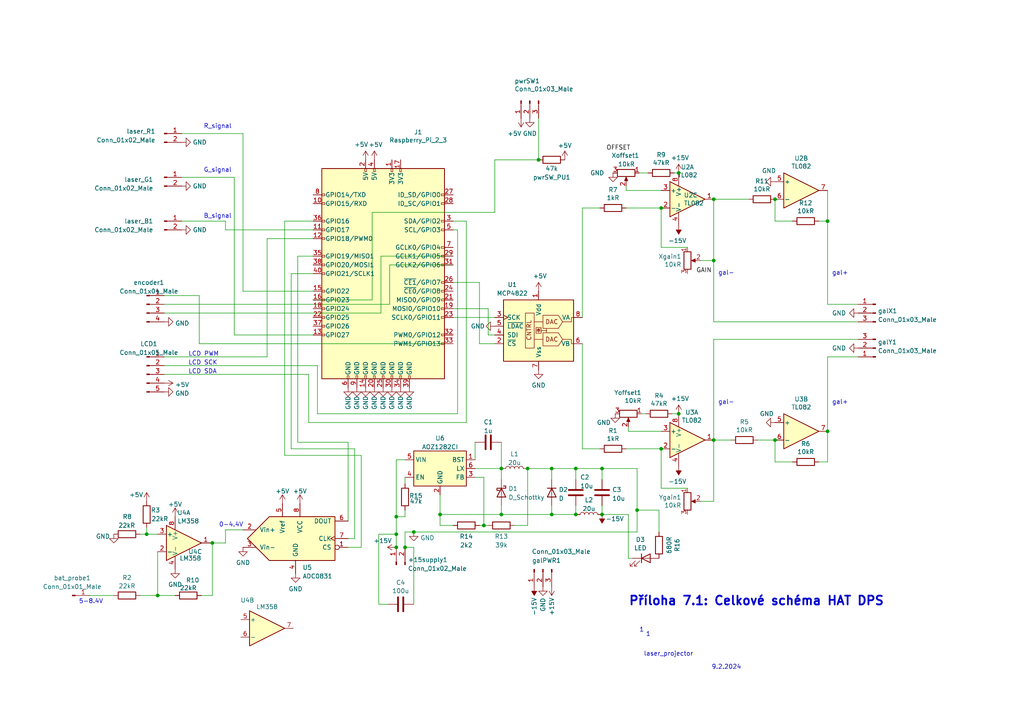
<source format=kicad_sch>
(kicad_sch (version 20230121) (generator eeschema)
  (paper "A4")
  (lib_symbols
    (symbol "+5V_1" (power) (pin_names (offset 0))
      (property "Value" "+5V_1" (at 0 3.556 0))
      (symbol "+5V_1_1_1"
        (pin power_in line (at 0 0 90) (length 0) hide (name "+5V") (number "1"))
      )
    )
    (symbol "Amplifier_Operational:LM358" (pin_names (offset 0.127))
      (property "Reference" "U" (at 0 5.08 0))
      (property "Value" "LM358" (at 0 -5.08 0))
      (symbol "LM358_1_1"
        (pin output line (at 7.62 0 180) (length 2.54) (name "~") (number "1"))
        (pin input line (at -7.62 -2.54 0) (length 2.54) (name "-") (number "2"))
        (pin input line (at -7.62 2.54 0) (length 2.54) (name "+") (number "3"))
      )
      (symbol "LM358_2_1"
        (pin input line (at -7.62 2.54 0) (length 2.54) (name "+") (number "5"))
        (pin input line (at -7.62 -2.54 0) (length 2.54) (name "-") (number "6"))
        (pin output line (at 7.62 0 180) (length 2.54) (name "~") (number "7"))
      )
      (symbol "LM358_3_1"
        (pin power_in line (at -2.54 -7.62 90) (length 3.81) (name "V-") (number "4"))
        (pin power_in line (at -2.54 7.62 270) (length 3.81) (name "V+") (number "8"))
      )
    )
    (symbol "Amplifier_Operational:TL082" (pin_names (offset 0.127))
      (property "Reference" "U" (at 0 5.08 0))
      (property "Value" "TL082" (at 0 -5.08 0))
      (symbol "TL082_1_1"
        (pin output line (at 7.62 0 180) (length 2.54) (name "~") (number "1"))
        (pin input line (at -7.62 -2.54 0) (length 2.54) (name "-") (number "2"))
        (pin input line (at -7.62 2.54 0) (length 2.54) (name "+") (number "3"))
      )
      (symbol "TL082_2_1"
        (pin input line (at -7.62 2.54 0) (length 2.54) (name "+") (number "5"))
        (pin input line (at -7.62 -2.54 0) (length 2.54) (name "-") (number "6"))
        (pin output line (at 7.62 0 180) (length 2.54) (name "~") (number "7"))
      )
      (symbol "TL082_3_1"
        (pin power_in line (at -2.54 -7.62 90) (length 3.81) (name "V-") (number "4"))
        (pin power_in line (at -2.54 7.62 270) (length 3.81) (name "V+") (number "8"))
      )
    )
    (symbol "Analog_ADC:ADC0832" (pin_names (offset 1.016))
      (property "Reference" "U?" (at 2.0194 -8.3804 0))
      (property "Value" "ADC0831" (at 2.0194 -10.9173 0))
      (symbol "ADC0832_1_1"
        (pin input inverted (at 15.24 -2.54 180) (length 3.81) (name "CS") (number "1"))
        (pin input line (at -15.24 2.54 0) (length 3.81) (name "Vin+") (number "2"))
        (pin input line (at -15.24 -2.54 0) (length 3.81) (name "Vin-") (number "3"))
        (pin input line (at 0 -10.16 90) (length 3.81) (name "GND") (number "4"))
        (pin input line (at -3.81 10.16 270) (length 3.81) (name "Vref") (number "5"))
        (pin output line (at 15.24 5.08 180) (length 3.81) (name "DOUT") (number "6"))
        (pin input clock (at 15.24 0 180) (length 3.81) (name "CLK") (number "7"))
        (pin input line (at 1.27 10.16 270) (length 3.81) (name "VCC") (number "8"))
      )
    )
    (symbol "Analog_DAC:MCP4822" (pin_names (offset 1.016))
      (property "Reference" "U" (at -2.54 10.795 0))
      (property "Value" "MCP4822" (at -2.54 8.89 0))
      (symbol "MCP4822_0_0"
        (text "CNTRL" (at -2.032 -4.191 900) (effects (font (size 1.27 1.27)) (justify left bottom)))
        (text "DAC" (at 3.81 -3.81 0) (effects (font (size 1.27 1.27))))
        (text "DAC" (at 3.81 1.27 0) (effects (font (size 1.27 1.27))))
      )
      (symbol "MCP4822_1_1"
        (pin power_in line (at 0 10.16 270) (length 2.54) (name "Vdd") (number "1"))
        (pin input line (at -12.7 -5.08 0) (length 2.54) (name "~{CS}") (number "2"))
        (pin input clock (at -12.7 2.54 0) (length 2.54) (name "SCK") (number "3"))
        (pin input line (at -12.7 -2.54 0) (length 2.54) (name "SDI") (number "4"))
        (pin input line (at -12.7 0 0) (length 2.54) (name "~{LDAC}") (number "5"))
        (pin output line (at 12.7 -5.08 180) (length 2.54) (name "VB") (number "6"))
        (pin power_in line (at 0 -12.7 90) (length 2.54) (name "Vss") (number "7"))
        (pin output line (at 12.7 2.54 180) (length 2.54) (name "VA") (number "8"))
      )
    )
    (symbol "Connector:Conn_01x01_Male" (pin_names (offset 1.016) hide)
      (property "Reference" "J" (at 0 2.54 0))
      (property "Value" "Conn_01x01_Male" (at 0 -2.54 0))
      (symbol "Conn_01x01_Male_1_1"
        (pin passive line (at 5.08 0 180) (length 3.81) (name "Pin_1") (number "1"))
      )
    )
    (symbol "Connector:Conn_01x02_Male" (pin_names (offset 1.016) hide)
      (property "Reference" "J" (at 0 2.54 0))
      (property "Value" "Conn_01x02_Male" (at 0 -5.08 0))
      (symbol "Conn_01x02_Male_1_1"
        (pin passive line (at 5.08 0 180) (length 3.81) (name "Pin_1") (number "1"))
        (pin passive line (at 5.08 -2.54 180) (length 3.81) (name "Pin_2") (number "2"))
      )
    )
    (symbol "Connector:Conn_01x03_Male" (pin_names (offset 1.016) hide)
      (property "Reference" "J" (at 0 5.08 0))
      (property "Value" "Conn_01x03_Male" (at 0 -5.08 0))
      (symbol "Conn_01x03_Male_1_1"
        (pin passive line (at 5.08 2.54 180) (length 3.81) (name "Pin_1") (number "1"))
        (pin passive line (at 5.08 0 180) (length 3.81) (name "Pin_2") (number "2"))
        (pin passive line (at 5.08 -2.54 180) (length 3.81) (name "Pin_3") (number "3"))
      )
    )
    (symbol "Connector:Conn_01x04_Male" (pin_names (offset 1.016) hide)
      (property "Reference" "J" (at 0 5.08 0))
      (property "Value" "Conn_01x04_Male" (at 0 -7.62 0))
      (symbol "Conn_01x04_Male_1_1"
        (pin passive line (at 5.08 2.54 180) (length 3.81) (name "Pin_1") (number "1"))
        (pin passive line (at 5.08 0 180) (length 3.81) (name "Pin_2") (number "2"))
        (pin passive line (at 5.08 -2.54 180) (length 3.81) (name "Pin_3") (number "3"))
        (pin passive line (at 5.08 -5.08 180) (length 3.81) (name "Pin_4") (number "4"))
      )
    )
    (symbol "Connector:Conn_01x05_Male" (pin_names (offset 1.016) hide)
      (property "Reference" "J" (at 0 7.62 0))
      (property "Value" "Conn_01x05_Male" (at 0 -7.62 0))
      (symbol "Conn_01x05_Male_1_1"
        (pin passive line (at 5.08 5.08 180) (length 3.81) (name "Pin_1") (number "1"))
        (pin passive line (at 5.08 2.54 180) (length 3.81) (name "Pin_2") (number "2"))
        (pin passive line (at 5.08 0 180) (length 3.81) (name "Pin_3") (number "3"))
        (pin passive line (at 5.08 -2.54 180) (length 3.81) (name "Pin_4") (number "4"))
        (pin passive line (at 5.08 -5.08 180) (length 3.81) (name "Pin_5") (number "5"))
      )
    )
    (symbol "Connector:Raspberry_Pi_2_3" (pin_names (offset 1.016))
      (property "Reference" "J" (at -17.78 31.75 0))
      (property "Value" "Raspberry_Pi_2_3" (at 10.16 -31.75 0))
      (symbol "Raspberry_Pi_2_3_1_1"
        (pin power_in line (at 2.54 33.02 270) (length 2.54) (name "3V3") (number "1"))
        (pin bidirectional line (at -20.32 20.32 0) (length 2.54) (name "GPIO15/RXD") (number "10"))
        (pin bidirectional line (at -20.32 12.7 0) (length 2.54) (name "GPIO17") (number "11"))
        (pin bidirectional line (at -20.32 10.16 0) (length 2.54) (name "GPIO18/PWM0") (number "12"))
        (pin bidirectional line (at -20.32 -17.78 0) (length 2.54) (name "GPIO27") (number "13"))
        (pin power_in line (at -5.08 -33.02 90) (length 2.54) (name "GND") (number "14"))
        (pin bidirectional line (at -20.32 -5.08 0) (length 2.54) (name "GPIO22") (number "15"))
        (pin bidirectional line (at -20.32 -7.62 0) (length 2.54) (name "GPIO23") (number "16"))
        (pin power_in line (at 5.08 33.02 270) (length 2.54) (name "3V3") (number "17"))
        (pin bidirectional line (at -20.32 -10.16 0) (length 2.54) (name "GPIO24") (number "18"))
        (pin bidirectional line (at 20.32 -10.16 180) (length 2.54) (name "MOSI0/GPIO10") (number "19"))
        (pin power_in line (at -5.08 33.02 270) (length 2.54) (name "5V") (number "2"))
        (pin power_in line (at -2.54 -33.02 90) (length 2.54) (name "GND") (number "20"))
        (pin bidirectional line (at 20.32 -7.62 180) (length 2.54) (name "MISO0/GPIO9") (number "21"))
        (pin bidirectional line (at -20.32 -12.7 0) (length 2.54) (name "GPIO25") (number "22"))
        (pin bidirectional line (at 20.32 -12.7 180) (length 2.54) (name "SCLK0/GPIO11") (number "23"))
        (pin bidirectional line (at 20.32 -5.08 180) (length 2.54) (name "~{CE0}/GPIO8") (number "24"))
        (pin power_in line (at 0 -33.02 90) (length 2.54) (name "GND") (number "25"))
        (pin bidirectional line (at 20.32 -2.54 180) (length 2.54) (name "~{CE1}/GPIO7") (number "26"))
        (pin bidirectional line (at 20.32 22.86 180) (length 2.54) (name "ID_SD/GPIO0") (number "27"))
        (pin bidirectional line (at 20.32 20.32 180) (length 2.54) (name "ID_SC/GPIO1") (number "28"))
        (pin bidirectional line (at 20.32 5.08 180) (length 2.54) (name "GCLK1/GPIO5") (number "29"))
        (pin bidirectional line (at 20.32 15.24 180) (length 2.54) (name "SDA/GPIO2") (number "3"))
        (pin power_in line (at 2.54 -33.02 90) (length 2.54) (name "GND") (number "30"))
        (pin bidirectional line (at 20.32 2.54 180) (length 2.54) (name "GCLK2/GPIO6") (number "31"))
        (pin bidirectional line (at 20.32 -17.78 180) (length 2.54) (name "PWM0/GPIO12") (number "32"))
        (pin bidirectional line (at 20.32 -20.32 180) (length 2.54) (name "PWM1/GPIO13") (number "33"))
        (pin power_in line (at 5.08 -33.02 90) (length 2.54) (name "GND") (number "34"))
        (pin bidirectional line (at -20.32 5.08 0) (length 2.54) (name "GPIO19/MISO1") (number "35"))
        (pin bidirectional line (at -20.32 15.24 0) (length 2.54) (name "GPIO16") (number "36"))
        (pin bidirectional line (at -20.32 -15.24 0) (length 2.54) (name "GPIO26") (number "37"))
        (pin bidirectional line (at -20.32 2.54 0) (length 2.54) (name "GPIO20/MOSI1") (number "38"))
        (pin power_in line (at 7.62 -33.02 90) (length 2.54) (name "GND") (number "39"))
        (pin power_in line (at -2.54 33.02 270) (length 2.54) (name "5V") (number "4"))
        (pin bidirectional line (at -20.32 0 0) (length 2.54) (name "GPIO21/SCLK1") (number "40"))
        (pin bidirectional line (at 20.32 12.7 180) (length 2.54) (name "SCL/GPIO3") (number "5"))
        (pin power_in line (at -10.16 -33.02 90) (length 2.54) (name "GND") (number "6"))
        (pin bidirectional line (at 20.32 7.62 180) (length 2.54) (name "GCLK0/GPIO4") (number "7"))
        (pin bidirectional line (at -20.32 22.86 0) (length 2.54) (name "GPIO14/TXD") (number "8"))
        (pin power_in line (at -7.62 -33.02 90) (length 2.54) (name "GND") (number "9"))
      )
    )
    (symbol "Device:C" (pin_numbers hide) (pin_names (offset 0.254))
      (property "Reference" "C" (at 0.635 2.54 0))
      (property "Value" "C" (at 0.635 -2.54 0))
      (symbol "C_1_1"
        (pin passive line (at 0 3.81 270) (length 2.794) (name "~") (number "1"))
        (pin passive line (at 0 -3.81 90) (length 2.794) (name "~") (number "2"))
      )
    )
    (symbol "Device:D" (pin_numbers hide) (pin_names (offset 1.016) hide)
      (property "Reference" "D" (at 0 2.54 0))
      (property "Value" "D" (at 0 -2.54 0))
      (symbol "D_1_1"
        (pin passive line (at -3.81 0 0) (length 2.54) (name "K") (number "1"))
        (pin passive line (at 3.81 0 180) (length 2.54) (name "A") (number "2"))
      )
    )
    (symbol "Device:D_Schottky" (pin_numbers hide) (pin_names (offset 1.016) hide)
      (property "Reference" "D" (at 0 2.54 0))
      (property "Value" "D_Schottky" (at 0 -2.54 0))
      (symbol "D_Schottky_1_1"
        (pin passive line (at -3.81 0 0) (length 2.54) (name "K") (number "1"))
        (pin passive line (at 3.81 0 180) (length 2.54) (name "A") (number "2"))
      )
    )
    (symbol "Device:L" (pin_numbers hide) (pin_names (offset 1.016) hide)
      (property "Reference" "L" (at -1.27 0 90))
      (property "Value" "L" (at 1.905 0 90))
      (symbol "L_1_1"
        (pin passive line (at 0 3.81 270) (length 1.27) (name "1") (number "1"))
        (pin passive line (at 0 -3.81 90) (length 1.27) (name "2") (number "2"))
      )
    )
    (symbol "Device:LED" (pin_numbers hide) (pin_names (offset 1.016) hide)
      (property "Reference" "D" (at 0 2.54 0))
      (property "Value" "LED" (at 0 -2.54 0))
      (symbol "LED_1_1"
        (pin passive line (at -3.81 0 0) (length 2.54) (name "K") (number "1"))
        (pin passive line (at 3.81 0 180) (length 2.54) (name "A") (number "2"))
      )
    )
    (symbol "Device:R" (pin_numbers hide) (pin_names (offset 0))
      (property "Reference" "R" (at 2.032 0 90))
      (property "Value" "R" (at 0 0 90))
      (symbol "R_1_1"
        (pin passive line (at 0 3.81 270) (length 1.27) (name "~") (number "1"))
        (pin passive line (at 0 -3.81 90) (length 1.27) (name "~") (number "2"))
      )
    )
    (symbol "Regulator_Switching:AOZ1282CI"
      (property "Reference" "U" (at -6.35 -6.35 0))
      (property "Value" "AOZ1282CI" (at -2.54 6.35 0))
      (symbol "AOZ1282CI_1_1"
        (pin input line (at 10.16 2.54 180) (length 2.54) (name "BST") (number "1"))
        (pin power_in line (at 0 -7.62 90) (length 2.54) (name "GND") (number "2"))
        (pin input line (at 10.16 -2.54 180) (length 2.54) (name "FB") (number "3"))
        (pin input line (at -10.16 -2.54 0) (length 2.54) (name "EN") (number "4"))
        (pin power_in line (at -10.16 2.54 0) (length 2.54) (name "VIN") (number "5"))
        (pin power_out line (at 10.16 0 180) (length 2.54) (name "LX") (number "6"))
      )
    )
    (symbol "pcb-rescue:R_POT-Device" (pin_names (offset 1.016) hide)
      (property "Reference" "RV" (at -4.445 0 90))
      (property "Value" "R_POT-Device" (at -2.54 0 90))
      (symbol "R_POT-Device_1_1"
        (pin passive line (at 0 3.81 270) (length 1.27) (name "1") (number "1"))
        (pin passive line (at 3.81 0 180) (length 1.27) (name "2") (number "2"))
        (pin passive line (at 0 -3.81 90) (length 1.27) (name "3") (number "3"))
      )
    )
    (symbol "power:+15V" (power) (pin_names (offset 0))
      (property "Value" "+15V" (at 0 3.556 0))
      (symbol "+15V_1_1"
        (pin power_in line (at 0 0 90) (length 0) hide (name "+15V") (number "1"))
      )
    )
    (symbol "power:+5V" (power) (pin_names (offset 0))
      (property "Value" "+5V" (at 0 3.556 0))
      (symbol "+5V_1_1"
        (pin power_in line (at 0 0 90) (length 0) hide (name "+5V") (number "1"))
      )
    )
    (symbol "power:-15V" (power) (pin_names (offset 0))
      (property "Value" "-15V" (at 0 3.81 0))
      (symbol "-15V_0_0"
        (pin power_in line (at 0 0 90) (length 0) hide (name "-15V") (number "1"))
      )
    )
    (symbol "power:GND" (power) (pin_names (offset 0))
      (property "Value" "GND" (at 0 -3.81 0))
      (symbol "GND_1_1"
        (pin power_in line (at 0 0 270) (length 0) hide (name "GND") (number "1"))
      )
    )
  )
  (junction (at 240.03 125.095))
  (junction (at 191.77 130.175))
  (junction (at 114.935 158.75))
  (junction (at 174.625 135.89))
  (junction (at 127.635 149.225))
  (junction (at 114.935 149.86))
  (junction (at 145.415 135.89))
  (junction (at 207.01 75.565))
  (junction (at 160.02 135.89))
  (junction (at 42.545 154.94))
  (junction (at 224.79 127.635))
  (junction (at 184.785 147.955))
  (junction (at 145.415 149.225))
  (junction (at 45.72 172.72))
  (junction (at 174.625 149.225))
  (junction (at 167.005 135.89))
  (junction (at 120.015 154.305))
  (junction (at 140.335 152.4))
  (junction (at 207.01 57.785))
  (junction (at 196.85 120.015))
  (junction (at 160.02 149.225))
  (junction (at 153.035 135.89))
  (junction (at 224.79 57.785))
  (junction (at 167.005 149.225))
  (junction (at 114.935 154.94))
  (junction (at 196.85 50.165))
  (junction (at 61.595 157.48))
  (junction (at 117.475 158.75))
  (junction (at 156.21 46.355))
  (junction (at 207.01 127.635))
  (junction (at 240.03 64.135))
  (junction (at 191.77 60.325))
  (wire (pts (xy 207.01 145.415) (xy 203.2 145.415)))
  (wire (pts (xy 132.715 66.675) (xy 131.445 66.675)))
  (wire (pts (xy 168.91 60.325) (xy 168.91 92.075)))
  (wire (pts (xy 131.445 152.4) (xy 127.635 152.4)))
  (wire (pts (xy 191.135 154.305) (xy 191.135 147.955)))
  (wire (pts (xy 70.485 84.455) (xy 90.805 84.455)))
  (wire (pts (xy 160.02 149.225) (xy 167.005 149.225)))
  (wire (pts (xy 145.415 135.89) (xy 145.415 139.065)))
  (wire (pts (xy 57.785 85.725) (xy 57.785 99.695)))
  (wire (pts (xy 224.79 64.135) (xy 229.87 64.135)))
  (wire (pts (xy 168.91 99.695) (xy 168.91 130.175)))
  (wire (pts (xy 117.475 147.955) (xy 117.475 149.86)))
  (wire (pts (xy 207.01 127.635) (xy 212.09 127.635)))
  (wire (pts (xy 77.47 69.215) (xy 90.805 69.215)))
  (wire (pts (xy 184.785 135.89) (xy 184.785 147.955)))
  (wire (pts (xy 113.03 76.835) (xy 131.445 76.835)))
  (wire (pts (xy 86.36 128.27) (xy 100.965 128.27)))
  (wire (pts (xy 137.795 135.89) (xy 145.415 135.89)))
  (wire (pts (xy 45.72 172.72) (xy 45.72 160.02)))
  (wire (pts (xy 120.015 158.75) (xy 117.475 158.75)))
  (wire (pts (xy 114.935 133.35) (xy 114.935 149.86)))
  (wire (pts (xy 186.055 120.015) (xy 187.325 120.015)))
  (wire (pts (xy 117.475 133.35) (xy 114.935 133.35)))
  (wire (pts (xy 90.805 97.155) (xy 67.945 97.155)))
  (wire (pts (xy 184.785 147.955) (xy 184.785 154.305)))
  (wire (pts (xy 70.485 153.67) (xy 65.405 153.67)))
  (wire (pts (xy 117.475 149.86) (xy 114.935 149.86)))
  (wire (pts (xy 156.21 34.29) (xy 156.21 46.355)))
  (wire (pts (xy 149.225 152.4) (xy 153.035 152.4)))
  (wire (pts (xy 117.475 140.335) (xy 117.475 138.43)))
  (wire (pts (xy 145.415 146.685) (xy 145.415 149.225)))
  (wire (pts (xy 135.255 64.135) (xy 131.445 64.135)))
  (wire (pts (xy 174.625 135.89) (xy 174.625 139.065)))
  (wire (pts (xy 145.415 128.27) (xy 145.415 135.89)))
  (wire (pts (xy 153.035 135.89) (xy 160.02 135.89)))
  (wire (pts (xy 58.42 172.72) (xy 61.595 172.72)))
  (wire (pts (xy 117.475 154.305) (xy 117.475 158.75)))
  (wire (pts (xy 120.015 175.26) (xy 120.015 158.75)))
  (wire (pts (xy 224.79 127.635) (xy 224.79 133.985)))
  (wire (pts (xy 194.945 120.015) (xy 196.85 120.015)))
  (wire (pts (xy 42.545 154.94) (xy 45.72 154.94)))
  (wire (pts (xy 139.065 81.915) (xy 139.065 99.695)))
  (wire (pts (xy 240.03 125.095) (xy 240.03 103.505)))
  (wire (pts (xy 237.49 133.985) (xy 240.03 133.985)))
  (wire (pts (xy 47.625 103.505) (xy 77.47 103.505)))
  (wire (pts (xy 199.39 71.755) (xy 191.77 71.755)))
  (wire (pts (xy 131.445 92.075) (xy 143.51 92.075)))
  (wire (pts (xy 92.075 120.015) (xy 92.075 106.045)))
  (wire (pts (xy 65.405 66.675) (xy 90.805 66.675)))
  (wire (pts (xy 182.245 125.095) (xy 191.77 125.095)))
  (wire (pts (xy 40.64 172.72) (xy 45.72 172.72)))
  (wire (pts (xy 160.02 146.685) (xy 160.02 149.225)))
  (wire (pts (xy 137.795 138.43) (xy 140.335 138.43)))
  (wire (pts (xy 240.03 64.135) (xy 240.03 88.265)))
  (wire (pts (xy 181.61 53.975) (xy 181.61 55.245)))
  (wire (pts (xy 65.405 157.48) (xy 61.595 157.48)))
  (wire (pts (xy 181.61 60.325) (xy 191.77 60.325)))
  (wire (pts (xy 182.245 161.925) (xy 183.515 161.925)))
  (wire (pts (xy 240.03 55.245) (xy 240.03 64.135)))
  (wire (pts (xy 117.475 154.305) (xy 120.015 154.305)))
  (wire (pts (xy 207.01 75.565) (xy 207.01 93.345)))
  (wire (pts (xy 143.51 61.595) (xy 143.51 46.355)))
  (wire (pts (xy 65.405 153.67) (xy 65.405 157.48)))
  (wire (pts (xy 153.035 152.4) (xy 153.035 135.89)))
  (wire (pts (xy 40.64 154.94) (xy 42.545 154.94)))
  (wire (pts (xy 131.445 89.535) (xy 141.605 89.535)))
  (wire (pts (xy 182.245 149.225) (xy 174.625 149.225)))
  (wire (pts (xy 207.01 75.565) (xy 203.2 75.565)))
  (wire (pts (xy 61.595 157.48) (xy 60.96 157.48)))
  (wire (pts (xy 84.455 130.175) (xy 102.87 130.175)))
  (wire (pts (xy 181.61 55.245) (xy 191.77 55.245)))
  (wire (pts (xy 199.39 141.605) (xy 191.77 141.605)))
  (wire (pts (xy 89.535 122.555) (xy 89.535 108.585)))
  (wire (pts (xy 107.95 86.995) (xy 107.95 61.595)))
  (wire (pts (xy 102.87 130.175) (xy 102.87 156.21)))
  (wire (pts (xy 52.705 64.135) (xy 65.405 64.135)))
  (wire (pts (xy 145.415 149.225) (xy 160.02 149.225)))
  (wire (pts (xy 191.77 141.605) (xy 191.77 130.175)))
  (wire (pts (xy 219.71 127.635) (xy 224.79 127.635)))
  (wire (pts (xy 195.58 50.165) (xy 196.85 50.165)))
  (wire (pts (xy 160.02 135.89) (xy 167.005 135.89)))
  (wire (pts (xy 137.795 128.27) (xy 137.795 133.35)))
  (wire (pts (xy 110.49 74.295) (xy 131.445 74.295)))
  (wire (pts (xy 52.705 51.435) (xy 67.945 51.435)))
  (wire (pts (xy 67.945 51.435) (xy 67.945 97.155)))
  (wire (pts (xy 185.42 50.165) (xy 187.96 50.165)))
  (wire (pts (xy 140.335 138.43) (xy 140.335 152.4)))
  (wire (pts (xy 139.065 152.4) (xy 140.335 152.4)))
  (wire (pts (xy 207.01 127.635) (xy 207.01 98.425)))
  (wire (pts (xy 90.805 79.375) (xy 84.455 79.375)))
  (wire (pts (xy 240.03 88.265) (xy 248.92 88.265)))
  (wire (pts (xy 240.03 103.505) (xy 248.92 103.505)))
  (wire (pts (xy 109.855 175.26) (xy 109.855 154.94)))
  (wire (pts (xy 114.935 154.94) (xy 114.935 158.75)))
  (wire (pts (xy 47.625 90.805) (xy 110.49 90.805)))
  (wire (pts (xy 167.005 146.685) (xy 167.005 149.225)))
  (wire (pts (xy 207.01 93.345) (xy 248.92 93.345)))
  (wire (pts (xy 104.775 158.75) (xy 100.965 158.75)))
  (wire (pts (xy 92.075 106.045) (xy 47.625 106.045)))
  (wire (pts (xy 127.635 143.51) (xy 127.635 149.225)))
  (wire (pts (xy 224.79 133.985) (xy 229.87 133.985)))
  (wire (pts (xy 160.02 139.065) (xy 160.02 135.89)))
  (wire (pts (xy 207.01 57.785) (xy 207.01 75.565)))
  (wire (pts (xy 65.405 64.135) (xy 65.405 66.675)))
  (wire (pts (xy 102.87 156.21) (xy 100.965 156.21)))
  (wire (pts (xy 110.49 90.805) (xy 110.49 74.295)))
  (wire (pts (xy 174.625 135.89) (xy 184.785 135.89)))
  (wire (pts (xy 86.36 74.295) (xy 86.36 128.27)))
  (wire (pts (xy 191.77 71.755) (xy 191.77 60.325)))
  (wire (pts (xy 224.79 57.785) (xy 224.79 64.135)))
  (wire (pts (xy 120.015 154.305) (xy 184.785 154.305)))
  (wire (pts (xy 107.95 61.595) (xy 143.51 61.595)))
  (wire (pts (xy 181.61 130.175) (xy 191.77 130.175)))
  (wire (pts (xy 100.965 128.27) (xy 100.965 151.13)))
  (wire (pts (xy 57.785 85.725) (xy 47.625 85.725)))
  (wire (pts (xy 207.01 57.785) (xy 217.17 57.785)))
  (wire (pts (xy 174.625 146.685) (xy 174.625 149.225)))
  (wire (pts (xy 135.255 122.555) (xy 89.535 122.555)))
  (wire (pts (xy 156.21 46.355) (xy 143.51 46.355)))
  (wire (pts (xy 168.91 130.175) (xy 173.99 130.175)))
  (wire (pts (xy 52.705 38.735) (xy 70.485 38.735)))
  (wire (pts (xy 167.005 135.89) (xy 174.625 135.89)))
  (wire (pts (xy 113.03 88.265) (xy 113.03 76.835)))
  (wire (pts (xy 132.715 66.675) (xy 132.715 120.015)))
  (wire (pts (xy 90.805 64.135) (xy 82.55 64.135)))
  (wire (pts (xy 207.01 98.425) (xy 248.92 98.425)))
  (wire (pts (xy 127.635 149.225) (xy 145.415 149.225)))
  (wire (pts (xy 139.065 99.695) (xy 143.51 99.695)))
  (wire (pts (xy 82.55 132.08) (xy 104.775 132.08)))
  (wire (pts (xy 89.535 108.585) (xy 47.625 108.585)))
  (wire (pts (xy 109.855 154.94) (xy 114.935 154.94)))
  (wire (pts (xy 191.135 147.955) (xy 184.785 147.955)))
  (wire (pts (xy 61.595 172.72) (xy 61.595 157.48)))
  (wire (pts (xy 141.605 97.155) (xy 143.51 97.155)))
  (wire (pts (xy 240.03 133.985) (xy 240.03 125.095)))
  (wire (pts (xy 140.335 152.4) (xy 141.605 152.4)))
  (wire (pts (xy 141.605 89.535) (xy 141.605 97.155)))
  (wire (pts (xy 173.99 60.325) (xy 168.91 60.325)))
  (wire (pts (xy 47.625 88.265) (xy 113.03 88.265)))
  (wire (pts (xy 182.245 161.925) (xy 182.245 149.225)))
  (wire (pts (xy 42.545 154.94) (xy 42.545 153.035)))
  (wire (pts (xy 167.005 135.89) (xy 167.005 139.065)))
  (wire (pts (xy 45.72 172.72) (xy 50.8 172.72)))
  (wire (pts (xy 131.445 99.695) (xy 57.785 99.695)))
  (wire (pts (xy 82.55 64.135) (xy 82.55 132.08)))
  (wire (pts (xy 90.805 86.995) (xy 107.95 86.995)))
  (wire (pts (xy 132.715 120.015) (xy 92.075 120.015)))
  (wire (pts (xy 131.445 81.915) (xy 139.065 81.915)))
  (wire (pts (xy 104.775 132.08) (xy 104.775 158.75)))
  (wire (pts (xy 135.255 64.135) (xy 135.255 122.555)))
  (wire (pts (xy 114.935 149.86) (xy 114.935 154.94)))
  (wire (pts (xy 26.035 172.72) (xy 33.02 172.72)))
  (wire (pts (xy 90.805 74.295) (xy 86.36 74.295)))
  (wire (pts (xy 112.395 175.26) (xy 109.855 175.26)))
  (wire (pts (xy 127.635 149.225) (xy 127.635 152.4)))
  (wire (pts (xy 84.455 79.375) (xy 84.455 130.175)))
  (wire (pts (xy 182.245 123.825) (xy 182.245 125.095)))
  (wire (pts (xy 77.47 103.505) (xy 77.47 69.215)))
  (wire (pts (xy 207.01 127.635) (xy 207.01 145.415)))
  (wire (pts (xy 70.485 38.735) (xy 70.485 84.455)))
  (wire (pts (xy 237.49 64.135) (xy 240.03 64.135)))
  (text "Příloha 7.1: Celkové schéma HAT DPS" (at 182.245 175.895 0) (effects (font (size 2.54 2.54) (thickness 0.508) bold) (justify left bottom)))
  (text "LCD SCK" (at 54.61 106.045 0) (effects (font (size 1.27 1.27)) (justify left bottom)))
  (text "1" (at 187.325 184.785 0) (effects (font (size 1.27 1.27)) (justify left bottom)))
  (text "G_signal\n" (at 59.055 50.165 0) (effects (font (size 1.27 1.27)) (justify left bottom)))
  (text "0-4.4V" (at 63.5 153.035 0) (effects (font (size 1.27 1.27)) (justify left bottom)))
  (text "LCD PWM" (at 54.61 103.505 0) (effects (font (size 1.27 1.27)) (justify left bottom)))
  (text "gal-\n" (at 208.28 117.475 0) (effects (font (size 1.27 1.27)) (justify left bottom)))
  (text "9.2.2024" (at 206.375 194.31 0) (effects (font (size 1.27 1.27)) (justify left bottom)))
  (text "B_signal\n" (at 59.055 63.5 0) (effects (font (size 1.27 1.27)) (justify left bottom)))
  (text "LCD SDA" (at 54.61 108.585 0) (effects (font (size 1.27 1.27)) (justify left bottom)))
  (text "laser_projector" (at 186.69 190.5 0) (effects (font (size 1.27 1.27)) (justify left bottom)))
  (text "R_signal\n" (at 59.055 37.465 0) (effects (font (size 1.27 1.27)) (justify left bottom)))
  (text "gal+" (at 241.3 117.475 0) (effects (font (size 1.27 1.27)) (justify left bottom)))
  (text "5-8.4V" (at 22.86 175.26 0) (effects (font (size 1.27 1.27)) (justify left bottom)))
  (text "gal-\n" (at 208.28 80.01 0) (effects (font (size 1.27 1.27)) (justify left bottom)))
  (text "gal+" (at 241.3 80.01 0) (effects (font (size 1.27 1.27)) (justify left bottom)))
  (text "1" (at 185.42 183.515 0) (effects (font (size 1.27 1.27)) (justify left bottom)))
  (label "OFFSET" (at 182.88 43.815 180))
  (label "GAIN" (at 201.93 79.375 0))
  (symbol (lib_id "Connector:Raspberry_Pi_2_3") (at 111.125 79.375 0) (unit 1)
    (property "Reference" "J1" (at 121.285 38.3286 0))
    (property "Value" "Raspberry_Pi_2_3" (at 121.285 40.64 0))
    (property "Footprint" "Connector_PinSocket_2.54mm:PinSocket_2x20_P2.54mm_Vertical" (effects hide))
    (property "Datasheet" "https://www.raspberrypi.org/documentation/hardware/raspberrypi/schematics/rpi_SCH_3bplus_1p0_reduced.pdf" (effects hide))
  )
  (symbol (lib_id "Analog_DAC:MCP4822") (at 156.21 94.615 0) (unit 1)
    (property "Reference" "U1" (at 148.59 82.55 0))
    (property "Value" "MCP4822" (at 148.59 85.09 0))
    (property "Footprint" "Package_DIP:DIP-8_W7.62mm" (effects hide))
    (property "Datasheet" "http://ww1.microchip.com/downloads/en/DeviceDoc/20002249B.pdf" (effects hide))
  )
  (symbol (lib_id "Amplifier_Operational:TL082") (at 199.39 127.635 0) (unit 1)
    (property "Reference" "U3" (at 200.66 119.6086 0))
    (property "Value" "TL082" (at 200.66 121.92 0))
    (property "Footprint" "Package_DIP:DIP-8_W7.62mm" (effects hide))
    (property "Datasheet" "http://www.ti.com/lit/ds/symlink/tl081.pdf" (effects hide))
  )
  (symbol (lib_id "Amplifier_Operational:TL082") (at 232.41 125.095 0) (unit 2)
    (property "Reference" "U3" (at 232.41 115.7732 0))
    (property "Value" "TL082" (at 232.41 118.0846 0))
    (property "Footprint" "Package_DIP:DIP-8_W7.62mm" (effects hide))
    (property "Datasheet" "http://www.ti.com/lit/ds/symlink/tl081.pdf" (effects hide))
  )
  (symbol (lib_id "Amplifier_Operational:TL082") (at 199.39 127.635 0) (unit 3)
    (property "Reference" "U3" (effects hide))
    (property "Value" "TL082" (effects hide))
    (property "Footprint" "Package_DIP:DIP-8_W7.62mm" (effects hide))
    (property "Datasheet" "http://www.ti.com/lit/ds/symlink/tl081.pdf" (effects hide))
  )
  (symbol (lib_id "Device:R") (at 177.8 130.175 270) (unit 1)
    (property "Reference" "R1" (at 177.8 124.9172 90))
    (property "Value" "1kR" (at 177.8 127.2286 90))
    (property "Footprint" "Resistor_SMD:R_1812_4532Metric_Pad1.30x3.40mm_HandSolder" (effects hide))
  )
  (symbol (lib_id "pcb-rescue:R_POT-Device") (at 199.39 145.415 0) (unit 1)
    (property "Reference" "Ygain1" (at 197.612 144.2466 0) (effects (justify right)))
    (property "Value" "10kR" (at 197.612 146.558 0) (effects (justify right)))
    (property "Footprint" "Potentiometer_THT:Potentiometer_Alps_RK09K_Single_Vertical" (effects hide))
  )
  (symbol (lib_id "pcb-rescue:R_POT-Device") (at 182.245 120.015 270) (unit 1)
    (property "Reference" "Yoffset1" (at 186.055 113.8936 90) (effects (justify right)))
    (property "Value" "10kR" (at 186.055 116.205 90) (effects (justify right)))
    (property "Footprint" "Potentiometer_THT:Potentiometer_Alps_RK09K_Single_Vertical" (effects hide))
  )
  (symbol (lib_id "Device:R") (at 191.135 120.015 270) (unit 1)
    (property "Reference" "R4" (at 191.135 114.7572 90))
    (property "Value" "47kR" (at 191.135 117.0686 90))
    (property "Footprint" "Resistor_SMD:R_1812_4532Metric_Pad1.30x3.40mm_HandSolder" (effects hide))
  )
  (symbol (lib_id "Device:R") (at 215.9 127.635 270) (unit 1)
    (property "Reference" "R5" (at 215.9 122.3772 90))
    (property "Value" "10kR" (at 215.9 124.6886 90))
    (property "Footprint" "Resistor_SMD:R_1812_4532Metric_Pad1.30x3.40mm_HandSolder" (effects hide))
  )
  (symbol (lib_id "Device:R") (at 233.68 133.985 270) (unit 1)
    (property "Reference" "R6" (at 233.68 128.7272 90))
    (property "Value" "10kR" (at 233.68 131.0386 90))
    (property "Footprint" "Resistor_SMD:R_1812_4532Metric_Pad1.30x3.40mm_HandSolder" (effects hide))
  )
  (symbol (lib_id "power:+15V") (at 196.85 120.015 0) (unit 1)
    (property "Reference" "#PWR0103" (effects hide))
    (property "Value" "+15V" (at 197.231 115.6208 0))
  )
  (symbol (lib_id "power:-15V") (at 196.85 135.255 180) (unit 1)
    (property "Reference" "#PWR0104" (effects hide))
    (property "Value" "-15V" (at 196.469 139.6492 0))
  )
  (symbol (lib_id "Amplifier_Operational:TL082") (at 199.39 57.785 0) (unit 1)
    (property "Reference" "U2" (at 199.39 48.4632 0))
    (property "Value" "TL082" (at 199.39 50.7746 0))
    (property "Footprint" "Package_DIP:DIP-8_W7.62mm" (effects hide))
    (property "Datasheet" "http://www.ti.com/lit/ds/symlink/tl081.pdf" (effects hide))
  )
  (symbol (lib_id "Amplifier_Operational:TL082") (at 232.41 55.245 0) (unit 2)
    (property "Reference" "U2" (at 232.41 45.9232 0))
    (property "Value" "TL082" (at 232.41 48.2346 0))
    (property "Footprint" "Package_DIP:DIP-8_W7.62mm" (effects hide))
    (property "Datasheet" "http://www.ti.com/lit/ds/symlink/tl081.pdf" (effects hide))
  )
  (symbol (lib_id "Amplifier_Operational:TL082") (at 199.39 57.785 0) (unit 3)
    (property "Reference" "U2" (at 198.3232 56.6166 0) (effects (justify left)))
    (property "Value" "TL082" (at 198.3232 58.928 0) (effects (justify left)))
    (property "Footprint" "Package_DIP:DIP-8_W7.62mm" (effects hide))
    (property "Datasheet" "http://www.ti.com/lit/ds/symlink/tl081.pdf" (effects hide))
  )
  (symbol (lib_id "pcb-rescue:R_POT-Device") (at 199.39 75.565 0) (unit 1)
    (property "Reference" "Xgain1" (at 197.6374 74.3966 0) (effects (justify right)))
    (property "Value" "10kR" (at 197.6374 76.708 0) (effects (justify right)))
    (property "Footprint" "Potentiometer_THT:Potentiometer_Alps_RK09K_Single_Vertical" (effects hide))
  )
  (symbol (lib_id "Device:R") (at 177.8 60.325 270) (unit 1)
    (property "Reference" "R7" (at 177.8 55.0672 90))
    (property "Value" "1kR" (at 177.8 57.3786 90))
    (property "Footprint" "Resistor_SMD:R_1812_4532Metric_Pad1.30x3.40mm_HandSolder" (effects hide))
  )
  (symbol (lib_id "pcb-rescue:R_POT-Device") (at 181.61 50.165 270) (unit 1)
    (property "Reference" "Xoffset1" (at 185.42 45.085 90) (effects (justify right)))
    (property "Value" "10kR" (at 184.15 47.625 90) (effects (justify right)))
    (property "Footprint" "Potentiometer_THT:Potentiometer_Alps_RK09K_Single_Vertical" (effects hide))
  )
  (symbol (lib_id "Device:R") (at 220.98 57.785 270) (unit 1)
    (property "Reference" "R11" (at 220.98 52.5272 90))
    (property "Value" "10kR" (at 220.98 54.8386 90))
    (property "Footprint" "Resistor_SMD:R_1812_4532Metric_Pad1.30x3.40mm_HandSolder" (effects hide))
  )
  (symbol (lib_id "Device:R") (at 233.68 64.135 270) (unit 1)
    (property "Reference" "R12" (at 233.68 58.8772 90))
    (property "Value" "10kR" (at 233.68 61.1886 90))
    (property "Footprint" "Resistor_SMD:R_1812_4532Metric_Pad1.30x3.40mm_HandSolder" (effects hide))
  )
  (symbol (lib_id "Device:R") (at 191.77 50.165 270) (unit 1)
    (property "Reference" "R9" (at 191.77 44.9072 90))
    (property "Value" "47kR" (at 191.77 47.2186 90))
    (property "Footprint" "Resistor_SMD:R_1812_4532Metric_Pad1.30x3.40mm_HandSolder" (effects hide))
  )
  (symbol (lib_id "power:+15V") (at 196.85 50.165 0) (unit 1)
    (property "Reference" "#PWR0107" (effects hide))
    (property "Value" "+15V" (at 197.231 45.7708 0))
  )
  (symbol (lib_id "power:-15V") (at 196.85 65.405 180) (unit 1)
    (property "Reference" "#PWR0108" (effects hide))
    (property "Value" "-15V" (at 196.469 69.7992 0))
  )
  (symbol (lib_id "power:+5V") (at 106.045 46.355 0) (unit 1)
    (property "Reference" "#PWR0111" (effects hide))
    (property "Value" "+5V" (at 104.775 41.91 0))
  )
  (symbol (lib_id "power:+5V") (at 156.21 84.455 0) (unit 1)
    (property "Reference" "#PWR0112" (effects hide))
    (property "Value" "+5V" (at 156.591 80.0608 0))
  )
  (symbol (lib_id "power:+5V") (at 108.585 46.355 0) (unit 1)
    (property "Reference" "#PWR0116" (effects hide))
    (property "Value" "+5V" (at 108.966 41.9608 0))
  )
  (symbol (lib_id "Connector:Conn_01x03_Male") (at 254 100.965 180) (unit 1)
    (property "Reference" "galY1" (at 254.635 99.2124 0) (effects (justify right)))
    (property "Value" "Conn_01x03_Male" (at 254.635 101.7524 0) (effects (justify right)))
    (property "Footprint" "Connector_PinHeader_2.54mm:PinHeader_1x03_P2.54mm_Horizontal" (effects hide))
  )
  (symbol (lib_id "Connector:Conn_01x03_Male") (at 254 90.805 0) (mirror y) (unit 1)
    (property "Reference" "galX1" (at 254.635 90.17 0) (effects (justify right)))
    (property "Value" "Conn_01x03_Male" (at 254.635 92.71 0) (effects (justify right)))
    (property "Footprint" "Connector_PinHeader_2.54mm:PinHeader_1x03_P2.54mm_Horizontal" (effects hide))
  )
  (symbol (lib_id "power:GND") (at 100.965 112.395 0) (unit 1)
    (property "Reference" "#PWR0122" (effects hide))
    (property "Value" "GND" (at 100.965 116.8384 90))
  )
  (symbol (lib_id "power:+5V") (at 42.545 145.415 0) (unit 1)
    (property "Reference" "#PWR0137" (effects hide))
    (property "Value" "+5V" (at 37.465 143.51 0) (effects (justify left)))
  )
  (symbol (lib_id "Device:R") (at 191.135 158.115 180) (unit 1)
    (property "Reference" "R16" (at 196.3928 158.115 90))
    (property "Value" "680R" (at 194.0814 158.115 90))
    (property "Footprint" "Resistor_SMD:R_1812_4532Metric_Pad1.30x3.40mm_HandSolder" (effects hide))
  )
  (symbol (lib_id "power:GND") (at 47.625 113.665 90) (unit 1)
    (property "Reference" "#PWR0117" (effects hide))
    (property "Value" "GND" (at 50.8 114.0988 90) (effects (justify right)))
  )
  (symbol (lib_id "power:+5V") (at 86.995 146.05 0) (unit 1)
    (property "Reference" "#PWR0136" (effects hide))
    (property "Value" "+5V" (at 86.995 142.4742 0))
  )
  (symbol (lib_id "Analog_ADC:ADC0832") (at 85.725 156.21 0) (unit 1)
    (property "Reference" "U5" (at 87.7444 164.5904 0) (effects (justify left)))
    (property "Value" "ADC0831" (at 87.7444 167.1273 0) (effects (justify left)))
    (property "Footprint" "Package_DIP:DIP-8_W7.62mm" (effects hide))
    (property "Datasheet" "http://www.ti.com/lit/ds/symlink/adc0831-n.pdf" (effects hide))
  )
  (symbol (lib_id "power:GND") (at 178.435 120.015 0) (unit 1)
    (property "Reference" "#PWR0126" (effects hide))
    (property "Value" "GND" (at 177.165 122.555 0) (effects (justify right)))
  )
  (symbol (lib_id "Device:R") (at 160.02 46.355 270) (unit 1)
    (property "Reference" "pwrSW_PU1" (at 160.02 51.435 90))
    (property "Value" "47k" (at 160.02 48.895 90))
    (property "Footprint" "Resistor_SMD:R_1812_4532Metric_Pad1.30x3.40mm_HandSolder" (effects hide))
  )
  (symbol (lib_id "Connector:Conn_01x05_Male") (at 42.545 108.585 0) (unit 1)
    (property "Reference" "LCD1" (at 43.18 99.729 0))
    (property "Value" "Conn_01x05_Male" (at 43.18 102.2659 0))
    (property "Footprint" "Connector_PinHeader_2.54mm:PinHeader_1x05_P2.54mm_Horizontal" (effects hide))
  )
  (symbol (lib_id "Connector:Conn_01x02_Male") (at 47.625 38.735 0) (unit 1)
    (property "Reference" "laser_R1" (at 45.085 38.1 0) (effects (justify right)))
    (property "Value" "Conn_01x02_Male" (at 45.085 40.6369 0) (effects (justify right)))
    (property "Footprint" "Connector_PinHeader_2.54mm:PinHeader_1x02_P2.54mm_Horizontal" (effects hide))
  )
  (symbol (lib_id "power:GND") (at 120.015 154.305 0) (unit 1)
    (property "Reference" "#PWR0144" (effects hide))
    (property "Value" "GND" (at 121.92 156.0088 0) (effects (justify left)))
  )
  (symbol (lib_id "power:+5V") (at 151.13 34.29 180) (unit 1)
    (property "Reference" "#PWR0119" (effects hide))
    (property "Value" "+5V" (at 149.225 38.735 0))
  )
  (symbol (lib_id "power:GND") (at 106.045 112.395 0) (unit 1)
    (property "Reference" "#PWR0110" (effects hide))
    (property "Value" "GND" (at 106.045 116.8384 90))
  )
  (symbol (lib_id "power:GND") (at 156.21 107.315 0) (unit 1)
    (property "Reference" "#PWR0133" (effects hide))
    (property "Value" "GND" (at 156.21 111.7584 0))
  )
  (symbol (lib_id "Device:R") (at 36.83 172.72 90) (unit 1)
    (property "Reference" "R2" (at 36.83 167.5597 90))
    (property "Value" "22kR" (at 36.83 169.9839 90))
    (property "Footprint" "Resistor_SMD:R_1812_4532Metric_Pad1.30x3.40mm_HandSolder" (effects hide))
  )
  (symbol (lib_id "Device:R") (at 54.61 172.72 90) (unit 1)
    (property "Reference" "R10" (at 55.88 168.275 90))
    (property "Value" "22kR" (at 54.61 170.5411 90))
    (property "Footprint" "Resistor_SMD:R_1812_4532Metric_Pad1.30x3.40mm_HandSolder" (effects hide))
  )
  (symbol (lib_id "Connector:Conn_01x02_Male") (at 114.935 163.83 90) (unit 1)
    (property "Reference" "+15supply1" (at 118.3132 162.3603 90) (effects (justify right)))
    (property "Value" "Conn_01x02_Male" (at 118.3132 164.8972 90) (effects (justify right)))
    (property "Footprint" "Connector_PinHeader_2.54mm:PinHeader_1x02_P2.54mm_Horizontal" (effects hide))
  )
  (symbol (lib_id "power:GND") (at 157.48 170.18 0) (unit 1)
    (property "Reference" "#PWR0146" (effects hide))
    (property "Value" "GND" (at 157.48 173.355 90) (effects (justify right)))
  )
  (symbol (lib_id "Connector:Conn_01x02_Male") (at 47.625 51.435 0) (unit 1)
    (property "Reference" "laser_G1" (at 44.45 52.07 0) (effects (justify right)))
    (property "Value" "Conn_01x02_Male" (at 44.45 54.6069 0) (effects (justify right)))
    (property "Footprint" "Connector_PinHeader_2.54mm:PinHeader_1x02_P2.54mm_Horizontal" (effects hide))
  )
  (symbol (lib_id "Device:R") (at 42.545 149.225 0) (unit 1)
    (property "Reference" "R3" (at 45.085 147.9581 0))
    (property "Value" "22kR" (at 46.355 150.495 0))
    (property "Footprint" "Resistor_SMD:R_1812_4532Metric_Pad1.30x3.40mm_HandSolder" (effects hide))
  )
  (symbol (lib_id "Device:D") (at 160.02 142.875 270) (unit 1)
    (property "Reference" "D2" (at 162.052 142.0403 90) (effects (justify left)))
    (property "Value" "D" (at 162.052 144.5772 90) (effects (justify left)))
    (property "Footprint" "Diode_SMD:D_SMC_Handsoldering" (effects hide))
  )
  (symbol (lib_id "Device:R") (at 135.255 152.4 270) (unit 1)
    (property "Reference" "R14" (at 135.255 155.5781 90))
    (property "Value" "2k2" (at 135.255 158.115 90))
    (property "Footprint" "Resistor_SMD:R_1812_4532Metric_Pad1.30x3.40mm_HandSolder" (effects hide))
  )
  (symbol (lib_id "Amplifier_Operational:LM358") (at 53.34 157.48 0) (unit 1)
    (property "Reference" "U4" (at 53.34 148.7002 0))
    (property "Value" "LM358" (at 54.61 151.13 0))
    (property "Footprint" "Package_DIP:DIP-8_W7.62mm" (effects hide))
    (property "Datasheet" "http://www.ti.com/lit/ds/symlink/lm2904-n.pdf" (effects hide))
  )
  (symbol (lib_id "power:GND") (at 153.67 34.29 0) (unit 1)
    (property "Reference" "#PWR0118" (effects hide))
    (property "Value" "GND" (at 153.67 38.7334 0))
  )
  (symbol (lib_id "Device:C") (at 167.005 142.875 0) (unit 1)
    (property "Reference" "C2" (at 168.275 138.43 0) (effects (justify left)))
    (property "Value" "10u" (at 168.275 140.9669 0) (effects (justify left)))
    (property "Footprint" "Capacitor_THT:CP_Radial_D5.0mm_P2.00mm" (effects hide))
  )
  (symbol (lib_id "Amplifier_Operational:LM358") (at 53.34 157.48 0) (unit 3)
    (property "Reference" "U4" (at 54.61 160.02 0) (effects (justify left)))
    (property "Value" "LM358" (at 52.07 161.925 0) (effects (justify left)))
    (property "Datasheet" "http://www.ti.com/lit/ds/symlink/lm2904-n.pdf" (effects hide))
  )
  (symbol (lib_id "power:GND") (at 33.02 154.94 0) (unit 1)
    (property "Reference" "#PWR0140" (effects hide))
    (property "Value" "GND" (at 29.845 155.575 0))
  )
  (symbol (lib_id "power:GND") (at 52.705 66.675 90) (unit 1)
    (property "Reference" "#PWR0113" (effects hide))
    (property "Value" "GND" (at 55.88 66.675 90) (effects (justify right)))
  )
  (symbol (lib_id "power:GND") (at 85.725 166.37 0) (unit 1)
    (property "Reference" "#PWR0141" (effects hide))
    (property "Value" "GND" (at 85.725 170.8134 0))
  )
  (symbol (lib_id "Connector:Conn_01x01_Male") (at 20.955 172.72 0) (unit 1)
    (property "Reference" "bat_probe1" (at 20.955 167.64 0))
    (property "Value" "Conn_01x01_Male" (at 20.955 170.1769 0))
    (property "Footprint" "Connector_PinHeader_2.54mm:PinHeader_1x01_P2.54mm_Horizontal" (effects hide))
  )
  (symbol (lib_id "power:GND") (at 113.665 112.395 0) (unit 1)
    (property "Reference" "#PWR0131" (effects hide))
    (property "Value" "GND" (at 113.665 116.8384 90))
  )
  (symbol (lib_id "power:GND") (at 116.205 112.395 0) (unit 1)
    (property "Reference" "#PWR0132" (effects hide))
    (property "Value" "GND" (at 116.205 116.8384 90))
  )
  (symbol (lib_id "power:+5V") (at 47.625 111.125 270) (unit 1)
    (property "Reference" "#PWR0121" (effects hide))
    (property "Value" "+5V" (at 50.8 111.5588 90) (effects (justify left)))
  )
  (symbol (lib_name "+5V_1") (lib_id "power:+5V") (at 163.83 46.355 0) (unit 1)
    (property "Reference" "#PWR01" (effects hide))
    (property "Value" "+5V" (at 163.83 42.2219 0))
  )
  (symbol (lib_id "Connector:Conn_01x04_Male") (at 42.545 88.265 0) (unit 1)
    (property "Reference" "encoder1" (at 43.18 81.949 0))
    (property "Value" "Conn_01x04_Male" (at 43.18 84.4859 0))
    (property "Footprint" "Connector_PinHeader_2.54mm:PinHeader_1x04_P2.54mm_Horizontal" (effects hide))
  )
  (symbol (lib_id "power:GND") (at 111.125 112.395 0) (unit 1)
    (property "Reference" "#PWR0130" (effects hide))
    (property "Value" "GND" (at 111.125 116.8384 90))
  )
  (symbol (lib_id "power:GND") (at 70.485 158.75 0) (unit 1)
    (property "Reference" "#PWR0142" (effects hide))
    (property "Value" "GND" (at 70.485 163.1934 0))
  )
  (symbol (lib_id "Connector:Conn_01x03_Male") (at 153.67 29.21 90) (mirror x) (unit 1)
    (property "Reference" "pwrSW1" (at 149.225 23.495 90) (effects (justify right)))
    (property "Value" "Conn_01x03_Male" (at 149.225 25.8064 90) (effects (justify right)))
    (property "Footprint" "Connector_PinHeader_2.54mm:PinHeader_1x03_P2.54mm_Horizontal" (effects hide))
  )
  (symbol (lib_id "power:GND") (at 224.79 52.705 270) (unit 1)
    (property "Reference" "#PWR0106" (effects hide))
    (property "Value" "GND" (at 220.98 49.53 90) (effects (justify left)))
  )
  (symbol (lib_id "power:+5V") (at 81.915 146.05 0) (unit 1)
    (property "Reference" "#PWR0135" (effects hide))
    (property "Value" "+5V" (at 81.915 142.4742 0))
  )
  (symbol (lib_id "Device:LED") (at 187.325 161.925 0) (unit 1)
    (property "Reference" "D3" (at 185.7375 156.5107 0))
    (property "Value" "LED" (at 185.7375 158.9349 0))
  )
  (symbol (lib_id "Regulator_Switching:AOZ1282CI") (at 127.635 135.89 0) (unit 1)
    (property "Reference" "U6" (at 127.635 127.1102 0))
    (property "Value" "AOZ1282CI" (at 127.635 129.6471 0))
    (property "Footprint" "Package_TO_SOT_SMD:SOT-23-6" (effects hide))
    (property "Datasheet" "http://aosmd.com/res/data_sheets/AOZ1282CI.pdf" (effects hide))
  )
  (symbol (lib_id "Device:L") (at 170.815 149.225 90) (unit 1)
    (property "Reference" "L2" (at 170.815 145.0172 90))
    (property "Value" "20u" (at 170.815 147.5541 90))
    (property "Footprint" "Inductor_SMD:L_Sumida_CR75" (effects hide))
  )
  (symbol (lib_id "power:GND") (at 248.92 90.805 270) (unit 1)
    (property "Reference" "#PWR0105" (effects hide))
    (property "Value" "GND" (at 241.3 90.805 90) (effects (justify left)))
  )
  (symbol (lib_id "Device:D_Schottky") (at 145.415 142.875 270) (unit 1)
    (property "Reference" "D1" (at 147.447 141.7228 90) (effects (justify left)))
    (property "Value" "D_Schottky" (at 147.447 144.2597 90) (effects (justify left)))
    (property "Footprint" "Diode_SMD:D_SMC_Handsoldering" (effects hide))
  )
  (symbol (lib_id "power:GND") (at 108.585 112.395 0) (unit 1)
    (property "Reference" "#PWR0124" (effects hide))
    (property "Value" "GND" (at 108.585 116.8384 90))
  )
  (symbol (lib_id "power:GND") (at 118.745 112.395 0) (unit 1)
    (property "Reference" "#PWR0129" (effects hide))
    (property "Value" "GND" (at 118.745 116.8384 90))
  )
  (symbol (lib_id "Device:R") (at 145.415 152.4 270) (unit 1)
    (property "Reference" "R13" (at 145.415 155.575 90))
    (property "Value" "39k" (at 145.415 158.1119 90))
    (property "Footprint" "Resistor_SMD:R_1812_4532Metric_Pad1.30x3.40mm_HandSolder" (effects hide))
  )
  (symbol (lib_id "Device:L") (at 149.225 135.89 90) (unit 1)
    (property "Reference" "L1" (at 149.225 131.6822 90))
    (property "Value" "20u" (at 149.225 134.2191 90))
    (property "Footprint" "Inductor_SMD:L_Sumida_CR75" (effects hide))
  )
  (symbol (lib_id "power:+15V") (at 160.02 170.18 180) (unit 1)
    (property "Reference" "#PWR0147" (effects hide))
    (property "Value" "+15V" (at 160.02 175.895 90))
  )
  (symbol (lib_id "power:GND") (at 52.705 53.975 90) (unit 1)
    (property "Reference" "#PWR0114" (effects hide))
    (property "Value" "GND" (at 55.88 53.975 90) (effects (justify right)))
  )
  (symbol (lib_id "Device:C") (at 116.205 175.26 270) (unit 1)
    (property "Reference" "C4" (at 116.205 168.9567 90))
    (property "Value" "100u" (at 116.205 171.3809 90))
    (property "Footprint" "Capacitor_THT:C_Disc_D5.0mm_W2.5mm_P5.00mm" (effects hide))
  )
  (symbol (lib_id "Device:C") (at 141.605 128.27 270) (unit 1)
    (property "Reference" "C1" (at 141.605 122.4112 90))
    (property "Value" "1u" (at 141.605 124.9481 90))
    (property "Footprint" "Capacitor_THT:C_Disc_D5.0mm_W2.5mm_P5.00mm" (effects hide))
  )
  (symbol (lib_id "power:-15V") (at 154.94 170.18 180) (unit 1)
    (property "Reference" "#PWR0148" (effects hide))
    (property "Value" "-15V" (at 154.94 175.895 90))
  )
  (symbol (lib_id "power:GND") (at 143.51 94.615 270) (unit 1)
    (property "Reference" "#PWR0128" (effects hide))
    (property "Value" "GND" (at 136.525 94.615 90) (effects (justify left)))
  )
  (symbol (lib_id "power:+15V") (at 114.935 158.75 90) (unit 1)
    (property "Reference" "#PWR0109" (effects hide))
    (property "Value" "+15V" (at 113.665 156.845 90) (effects (justify left)))
  )
  (symbol (lib_id "power:+5V") (at 50.8 149.86 0) (unit 1)
    (property "Reference" "#PWR0138" (effects hide))
    (property "Value" "+5V" (at 50.8 146.2842 0))
  )
  (symbol (lib_id "power:GND") (at 224.79 122.555 270) (unit 1)
    (property "Reference" "#PWR0127" (effects hide))
    (property "Value" "GND" (at 220.345 120.015 90) (effects (justify left)))
  )
  (symbol (lib_id "Device:C") (at 174.625 142.875 0) (unit 1)
    (property "Reference" "C3" (at 177.546 142.0403 0) (effects (justify left)))
    (property "Value" "10u" (at 177.546 144.5772 0) (effects (justify left)))
    (property "Footprint" "Capacitor_THT:CP_Radial_D5.0mm_P2.00mm" (effects hide))
  )
  (symbol (lib_id "Device:R") (at 36.83 154.94 90) (unit 1)
    (property "Reference" "R8" (at 35.56 149.86 90) (effects (justify right)))
    (property "Value" "22kR" (at 34.29 152.4 90) (effects (justify right)))
    (property "Footprint" "Resistor_SMD:R_1812_4532Metric_Pad1.30x3.40mm_HandSolder" (effects hide))
  )
  (symbol (lib_id "power:GND") (at 248.92 100.965 270) (unit 1)
    (property "Reference" "#PWR0102" (effects hide))
    (property "Value" "GND" (at 241.3 100.965 90) (effects (justify left)))
  )
  (symbol (lib_id "Connector:Conn_01x03_Male") (at 157.48 165.1 90) (mirror x) (unit 1)
    (property "Reference" "galPWR1" (at 154.305 162.56 90) (effects (justify right)))
    (property "Value" "Conn_01x03_Male" (at 154.2288 159.9692 90) (effects (justify right)))
    (property "Footprint" "Connector_PinHeader_2.54mm:PinHeader_1x03_P2.54mm_Horizontal" (effects hide))
  )
  (symbol (lib_id "power:GND") (at 177.8 50.165 0) (unit 1)
    (property "Reference" "#PWR0101" (effects hide))
    (property "Value" "GND" (at 175.26 50.165 0) (effects (justify right)))
  )
  (symbol (lib_id "power:GND") (at 50.8 165.1 0) (unit 1)
    (property "Reference" "#PWR0139" (effects hide))
    (property "Value" "GND" (at 50.8 169.5434 0))
  )
  (symbol (lib_id "Connector:Conn_01x02_Male") (at 47.625 64.135 0) (unit 1)
    (property "Reference" "laser_B1" (at 44.45 64.135 0) (effects (justify right)))
    (property "Value" "Conn_01x02_Male" (at 44.45 66.6719 0) (effects (justify right)))
    (property "Footprint" "Connector_PinHeader_2.54mm:PinHeader_1x02_P2.54mm_Horizontal" (effects hide))
  )
  (symbol (lib_id "power:GND") (at 103.505 112.395 0) (unit 1)
    (property "Reference" "#PWR0123" (effects hide))
    (property "Value" "GND" (at 103.505 116.8384 90))
  )
  (symbol (lib_id "Device:R") (at 117.475 144.145 0) (unit 1)
    (property "Reference" "R15" (at 120.65 143.7839 0))
    (property "Value" "47k" (at 120.65 145.415 0))
    (property "Footprint" "Resistor_SMD:R_1812_4532Metric_Pad1.30x3.40mm_HandSolder" (effects hide))
  )
  (symbol (lib_id "power:-15V") (at 174.625 149.225 180) (unit 1)
    (property "Reference" "#PWR0143" (effects hide))
    (property "Value" "-15V" (at 180.975 150.495 0) (effects (justify left)))
  )
  (symbol (lib_id "power:GND") (at 47.625 93.345 90) (unit 1)
    (property "Reference" "#PWR0115" (effects hide))
    (property "Value" "GND" (at 50.8 93.7788 90) (effects (justify right)))
  )
  (symbol (lib_id "power:GND") (at 52.705 41.275 90) (unit 1)
    (property "Reference" "#PWR0125" (effects hide))
    (property "Value" "GND" (at 55.88 41.275 90) (effects (justify right)))
  )
  (symbol (lib_id "Amplifier_Operational:LM358") (at 77.47 182.245 0) (unit 2)
    (property "Reference" "U4" (at 71.755 174.1002 0))
    (property "Value" "LM358" (at 77.47 176.0021 0))
    (property "Datasheet" "http://www.ti.com/lit/ds/symlink/lm2904-n.pdf" (effects hide))
  )
)
</source>
